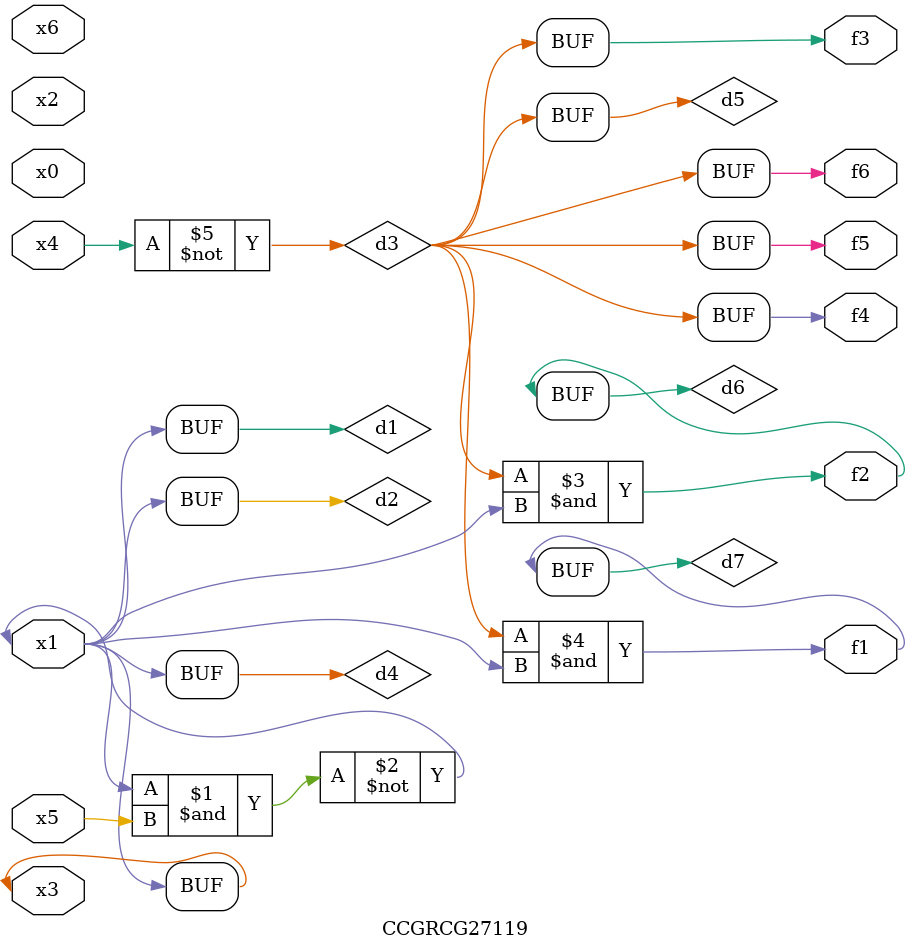
<source format=v>
module CCGRCG27119(
	input x0, x1, x2, x3, x4, x5, x6,
	output f1, f2, f3, f4, f5, f6
);

	wire d1, d2, d3, d4, d5, d6, d7;

	buf (d1, x1, x3);
	nand (d2, x1, x5);
	not (d3, x4);
	buf (d4, d1, d2);
	buf (d5, d3);
	and (d6, d3, d4);
	and (d7, d3, d4);
	assign f1 = d7;
	assign f2 = d6;
	assign f3 = d5;
	assign f4 = d5;
	assign f5 = d5;
	assign f6 = d5;
endmodule

</source>
